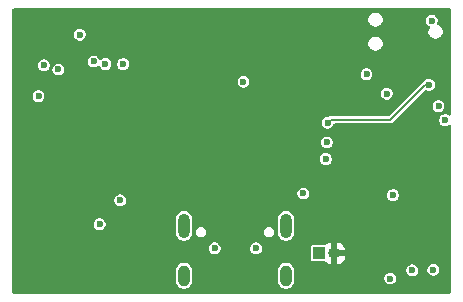
<source format=gbr>
%TF.GenerationSoftware,KiCad,Pcbnew,9.0.0*%
%TF.CreationDate,2025-06-13T20:30:42+03:00*%
%TF.ProjectId,BLE_sensors,424c455f-7365-46e7-936f-72732e6b6963,rev?*%
%TF.SameCoordinates,Original*%
%TF.FileFunction,Copper,L2,Inr*%
%TF.FilePolarity,Positive*%
%FSLAX46Y46*%
G04 Gerber Fmt 4.6, Leading zero omitted, Abs format (unit mm)*
G04 Created by KiCad (PCBNEW 9.0.0) date 2025-06-13 20:30:42*
%MOMM*%
%LPD*%
G01*
G04 APERTURE LIST*
%TA.AperFunction,ComponentPad*%
%ADD10R,1.000000X1.000000*%
%TD*%
%TA.AperFunction,ComponentPad*%
%ADD11O,1.000000X1.000000*%
%TD*%
%TA.AperFunction,HeatsinkPad*%
%ADD12O,1.000000X1.800000*%
%TD*%
%TA.AperFunction,HeatsinkPad*%
%ADD13O,1.000000X2.100000*%
%TD*%
%TA.AperFunction,ViaPad*%
%ADD14C,0.600000*%
%TD*%
%TA.AperFunction,Conductor*%
%ADD15C,0.200000*%
%TD*%
G04 APERTURE END LIST*
D10*
%TO.N,+V_bat*%
%TO.C,J2*%
X147580000Y-89050000D03*
D11*
%TO.N,GND*%
X148850000Y-89050000D03*
%TD*%
D12*
%TO.N,Net-(J3-SHIELD)*%
%TO.C,J3*%
X144782000Y-90945000D03*
D13*
X144782000Y-86745000D03*
D12*
X136142000Y-90945000D03*
D13*
X136142000Y-86745000D03*
%TD*%
D14*
%TO.N,GND*%
X155070000Y-86720000D03*
X155930000Y-78770000D03*
X125390000Y-75240000D03*
X153070000Y-78430000D03*
X131680000Y-87270000D03*
X123860000Y-78010000D03*
X138260000Y-76320000D03*
X153800000Y-82157500D03*
X143460000Y-85110000D03*
X124660000Y-85340000D03*
X138260000Y-75360000D03*
X131450000Y-69350000D03*
X141920000Y-83200000D03*
X127860000Y-82650000D03*
X152247282Y-85706641D03*
X123240000Y-75140000D03*
X151310000Y-78530000D03*
X143720170Y-80107527D03*
X146420000Y-85060000D03*
X154000000Y-74600000D03*
X139060000Y-80060000D03*
X126100000Y-77100000D03*
X127890000Y-73910000D03*
X153460000Y-84930000D03*
X137130000Y-82880000D03*
X146840000Y-79580000D03*
X138230000Y-78270000D03*
X134190000Y-82430000D03*
X151480000Y-82440000D03*
X141610000Y-81940000D03*
X146960000Y-86700000D03*
X122350000Y-75470000D03*
X141600000Y-79140000D03*
X131920000Y-90900000D03*
X132745000Y-88655000D03*
X136210000Y-81180000D03*
X140900000Y-79160000D03*
X151470000Y-83990000D03*
X158200000Y-79780000D03*
X138220000Y-77560000D03*
X153550000Y-69330000D03*
X154560000Y-78660000D03*
X151470000Y-83210000D03*
X136530000Y-85260000D03*
X150990000Y-89120000D03*
X156450000Y-76230000D03*
X140970000Y-81920000D03*
X154400000Y-80320000D03*
X122220000Y-76580000D03*
X129700000Y-88900000D03*
%TO.N,/nRESET*%
X156900000Y-74800000D03*
X148310000Y-78000000D03*
%TO.N,+5V*%
X155470000Y-90500000D03*
X142250000Y-88650000D03*
X148160000Y-81080000D03*
X157260000Y-90460000D03*
X153600000Y-91200000D03*
X138750000Y-88650000D03*
X146250000Y-84000000D03*
X153840000Y-84140000D03*
X148250000Y-79680000D03*
%TO.N,+3V3*%
X151600000Y-73900000D03*
X130740000Y-84580000D03*
X157700000Y-76600000D03*
X125500000Y-73500000D03*
X153320000Y-75550000D03*
X157120000Y-69360000D03*
X123830000Y-75750000D03*
X129000000Y-86600000D03*
X158250000Y-77780000D03*
X141180000Y-74550000D03*
X130989758Y-73045000D03*
X129487588Y-73036296D03*
X124290000Y-73150000D03*
%TO.N,Net-(U7-URx)*%
X127330000Y-70550000D03*
%TO.N,Net-(U7-UTx)*%
X128490000Y-72820000D03*
%TD*%
D15*
%TO.N,/nRESET*%
X156550000Y-74800000D02*
X153600000Y-77750000D01*
X156900000Y-74800000D02*
X156550000Y-74800000D01*
X153600000Y-77750000D02*
X148560000Y-77750000D01*
X148560000Y-77750000D02*
X148310000Y-78000000D01*
%TD*%
%TA.AperFunction,Conductor*%
%TO.N,GND*%
G36*
X158700539Y-68357185D02*
G01*
X158746294Y-68409989D01*
X158757500Y-68461500D01*
X158757500Y-77281661D01*
X158737815Y-77348700D01*
X158685011Y-77394455D01*
X158615853Y-77404399D01*
X158564750Y-77382874D01*
X158564352Y-77383564D01*
X158558861Y-77380393D01*
X158558014Y-77380037D01*
X158557317Y-77379502D01*
X158443187Y-77313608D01*
X158379539Y-77296554D01*
X158315892Y-77279500D01*
X158184108Y-77279500D01*
X158056812Y-77313608D01*
X157942686Y-77379500D01*
X157942683Y-77379502D01*
X157849502Y-77472683D01*
X157849500Y-77472686D01*
X157783608Y-77586812D01*
X157749500Y-77714108D01*
X157749500Y-77845891D01*
X157783608Y-77973187D01*
X157793580Y-77990458D01*
X157849500Y-78087314D01*
X157942686Y-78180500D01*
X158056814Y-78246392D01*
X158184108Y-78280500D01*
X158184110Y-78280500D01*
X158315890Y-78280500D01*
X158315892Y-78280500D01*
X158443186Y-78246392D01*
X158557314Y-78180500D01*
X158557320Y-78180493D01*
X158558006Y-78179968D01*
X158558697Y-78179700D01*
X158564352Y-78176436D01*
X158564860Y-78177317D01*
X158623173Y-78154769D01*
X158691619Y-78168802D01*
X158741612Y-78217612D01*
X158757500Y-78278338D01*
X158757500Y-92354500D01*
X158737815Y-92421539D01*
X158685011Y-92467294D01*
X158633500Y-92478500D01*
X121726500Y-92478500D01*
X121659461Y-92458815D01*
X121613706Y-92406011D01*
X121602500Y-92354500D01*
X121602500Y-91413995D01*
X135441499Y-91413995D01*
X135468418Y-91549322D01*
X135468421Y-91549332D01*
X135521221Y-91676804D01*
X135521228Y-91676817D01*
X135597885Y-91791541D01*
X135597888Y-91791545D01*
X135695454Y-91889111D01*
X135695458Y-91889114D01*
X135810182Y-91965771D01*
X135810195Y-91965778D01*
X135937667Y-92018578D01*
X135937672Y-92018580D01*
X135937676Y-92018580D01*
X135937677Y-92018581D01*
X136073004Y-92045500D01*
X136073007Y-92045500D01*
X136210995Y-92045500D01*
X136302041Y-92027389D01*
X136346328Y-92018580D01*
X136473811Y-91965775D01*
X136588542Y-91889114D01*
X136686114Y-91791542D01*
X136762775Y-91676811D01*
X136815580Y-91549328D01*
X136842500Y-91413995D01*
X144081499Y-91413995D01*
X144108418Y-91549322D01*
X144108421Y-91549332D01*
X144161221Y-91676804D01*
X144161228Y-91676817D01*
X144237885Y-91791541D01*
X144237888Y-91791545D01*
X144335454Y-91889111D01*
X144335458Y-91889114D01*
X144450182Y-91965771D01*
X144450195Y-91965778D01*
X144577667Y-92018578D01*
X144577672Y-92018580D01*
X144577676Y-92018580D01*
X144577677Y-92018581D01*
X144713004Y-92045500D01*
X144713007Y-92045500D01*
X144850995Y-92045500D01*
X144942041Y-92027389D01*
X144986328Y-92018580D01*
X145113811Y-91965775D01*
X145228542Y-91889114D01*
X145326114Y-91791542D01*
X145402775Y-91676811D01*
X145455580Y-91549328D01*
X145482500Y-91413993D01*
X145482500Y-91134108D01*
X153099500Y-91134108D01*
X153099500Y-91265891D01*
X153133608Y-91393187D01*
X153145621Y-91413993D01*
X153199500Y-91507314D01*
X153292686Y-91600500D01*
X153406814Y-91666392D01*
X153534108Y-91700500D01*
X153534110Y-91700500D01*
X153665890Y-91700500D01*
X153665892Y-91700500D01*
X153793186Y-91666392D01*
X153907314Y-91600500D01*
X154000500Y-91507314D01*
X154066392Y-91393186D01*
X154100500Y-91265892D01*
X154100500Y-91134108D01*
X154066392Y-91006814D01*
X154000500Y-90892686D01*
X153907314Y-90799500D01*
X153850250Y-90766554D01*
X153793187Y-90733608D01*
X153729539Y-90716554D01*
X153665892Y-90699500D01*
X153534108Y-90699500D01*
X153406812Y-90733608D01*
X153292686Y-90799500D01*
X153292683Y-90799502D01*
X153199502Y-90892683D01*
X153199500Y-90892686D01*
X153133608Y-91006812D01*
X153099500Y-91134108D01*
X145482500Y-91134108D01*
X145482500Y-90476007D01*
X145477361Y-90450171D01*
X145477361Y-90450168D01*
X145474166Y-90434108D01*
X154969500Y-90434108D01*
X154969500Y-90565891D01*
X155003608Y-90693187D01*
X155007253Y-90699500D01*
X155069500Y-90807314D01*
X155162686Y-90900500D01*
X155276814Y-90966392D01*
X155404108Y-91000500D01*
X155404110Y-91000500D01*
X155535890Y-91000500D01*
X155535892Y-91000500D01*
X155663186Y-90966392D01*
X155777314Y-90900500D01*
X155870500Y-90807314D01*
X155936392Y-90693186D01*
X155970500Y-90565892D01*
X155970500Y-90434108D01*
X155959782Y-90394108D01*
X156759500Y-90394108D01*
X156759500Y-90525891D01*
X156793608Y-90653187D01*
X156820347Y-90699500D01*
X156859500Y-90767314D01*
X156952686Y-90860500D01*
X157066814Y-90926392D01*
X157194108Y-90960500D01*
X157194110Y-90960500D01*
X157325890Y-90960500D01*
X157325892Y-90960500D01*
X157453186Y-90926392D01*
X157567314Y-90860500D01*
X157660500Y-90767314D01*
X157726392Y-90653186D01*
X157760500Y-90525892D01*
X157760500Y-90394108D01*
X157726392Y-90266814D01*
X157660500Y-90152686D01*
X157567314Y-90059500D01*
X157498659Y-90019862D01*
X157453187Y-89993608D01*
X157389539Y-89976554D01*
X157325892Y-89959500D01*
X157194108Y-89959500D01*
X157066812Y-89993608D01*
X156952686Y-90059500D01*
X156952683Y-90059502D01*
X156859502Y-90152683D01*
X156859500Y-90152686D01*
X156793608Y-90266812D01*
X156759500Y-90394108D01*
X155959782Y-90394108D01*
X155936392Y-90306814D01*
X155870500Y-90192686D01*
X155777314Y-90099500D01*
X155708032Y-90059500D01*
X155663187Y-90033608D01*
X155599539Y-90016554D01*
X155535892Y-89999500D01*
X155404108Y-89999500D01*
X155276812Y-90033608D01*
X155162686Y-90099500D01*
X155162683Y-90099502D01*
X155069502Y-90192683D01*
X155069500Y-90192686D01*
X155003608Y-90306812D01*
X154969500Y-90434108D01*
X145474166Y-90434108D01*
X145455581Y-90340677D01*
X145455580Y-90340676D01*
X145455580Y-90340672D01*
X145424987Y-90266814D01*
X145402778Y-90213195D01*
X145402771Y-90213182D01*
X145326114Y-90098458D01*
X145326111Y-90098454D01*
X145228545Y-90000888D01*
X145228541Y-90000885D01*
X145113817Y-89924228D01*
X145113804Y-89924221D01*
X144986332Y-89871421D01*
X144986322Y-89871418D01*
X144850995Y-89844500D01*
X144850993Y-89844500D01*
X144713007Y-89844500D01*
X144713005Y-89844500D01*
X144577677Y-89871418D01*
X144577667Y-89871421D01*
X144450195Y-89924221D01*
X144450182Y-89924228D01*
X144335458Y-90000885D01*
X144335454Y-90000888D01*
X144237888Y-90098454D01*
X144237885Y-90098458D01*
X144161228Y-90213182D01*
X144161221Y-90213195D01*
X144108421Y-90340667D01*
X144108418Y-90340677D01*
X144081500Y-90476004D01*
X144081500Y-90476007D01*
X144081500Y-91413993D01*
X144081500Y-91413995D01*
X144081499Y-91413995D01*
X136842500Y-91413995D01*
X136842500Y-91413993D01*
X136842500Y-90476007D01*
X136842500Y-90476004D01*
X136815581Y-90340677D01*
X136815580Y-90340676D01*
X136815580Y-90340672D01*
X136784987Y-90266814D01*
X136762778Y-90213195D01*
X136762771Y-90213182D01*
X136686114Y-90098458D01*
X136686111Y-90098454D01*
X136588545Y-90000888D01*
X136588541Y-90000885D01*
X136473817Y-89924228D01*
X136473804Y-89924221D01*
X136346332Y-89871421D01*
X136346322Y-89871418D01*
X136210995Y-89844500D01*
X136210993Y-89844500D01*
X136073007Y-89844500D01*
X136073005Y-89844500D01*
X135937677Y-89871418D01*
X135937667Y-89871421D01*
X135810195Y-89924221D01*
X135810182Y-89924228D01*
X135695458Y-90000885D01*
X135695454Y-90000888D01*
X135597888Y-90098454D01*
X135597885Y-90098458D01*
X135521228Y-90213182D01*
X135521221Y-90213195D01*
X135468421Y-90340667D01*
X135468418Y-90340677D01*
X135441500Y-90476004D01*
X135441500Y-90476007D01*
X135441500Y-91413993D01*
X135441500Y-91413995D01*
X135441499Y-91413995D01*
X121602500Y-91413995D01*
X121602500Y-88584108D01*
X138249500Y-88584108D01*
X138249500Y-88715892D01*
X138266554Y-88779539D01*
X138283608Y-88843187D01*
X138316554Y-88900250D01*
X138349500Y-88957314D01*
X138442686Y-89050500D01*
X138556814Y-89116392D01*
X138684108Y-89150500D01*
X138684110Y-89150500D01*
X138815890Y-89150500D01*
X138815892Y-89150500D01*
X138943186Y-89116392D01*
X139057314Y-89050500D01*
X139150500Y-88957314D01*
X139216392Y-88843186D01*
X139250500Y-88715892D01*
X139250500Y-88584108D01*
X141749500Y-88584108D01*
X141749500Y-88715892D01*
X141766554Y-88779539D01*
X141783608Y-88843187D01*
X141816554Y-88900250D01*
X141849500Y-88957314D01*
X141942686Y-89050500D01*
X142056814Y-89116392D01*
X142184108Y-89150500D01*
X142184110Y-89150500D01*
X142315890Y-89150500D01*
X142315892Y-89150500D01*
X142443186Y-89116392D01*
X142557314Y-89050500D01*
X142650500Y-88957314D01*
X142716392Y-88843186D01*
X142750500Y-88715892D01*
X142750500Y-88584108D01*
X142736068Y-88530247D01*
X146879500Y-88530247D01*
X146879500Y-89569752D01*
X146891131Y-89628229D01*
X146891132Y-89628230D01*
X146935447Y-89694552D01*
X147001769Y-89738867D01*
X147001770Y-89738868D01*
X147060247Y-89750499D01*
X147060250Y-89750500D01*
X148084924Y-89750500D01*
X148151963Y-89770185D01*
X148172606Y-89786820D01*
X148212533Y-89826748D01*
X148212537Y-89826751D01*
X148376315Y-89936185D01*
X148376328Y-89936192D01*
X148558308Y-90011569D01*
X148600000Y-90019862D01*
X149100000Y-90019862D01*
X149141690Y-90011569D01*
X149141692Y-90011569D01*
X149323671Y-89936192D01*
X149323684Y-89936185D01*
X149487462Y-89826751D01*
X149487466Y-89826748D01*
X149626748Y-89687466D01*
X149626751Y-89687462D01*
X149736185Y-89523684D01*
X149736192Y-89523671D01*
X149811569Y-89341692D01*
X149811569Y-89341690D01*
X149819862Y-89300000D01*
X149100000Y-89300000D01*
X149100000Y-90019862D01*
X148600000Y-90019862D01*
X148600000Y-89259618D01*
X148650446Y-89310064D01*
X148724555Y-89352851D01*
X148807213Y-89375000D01*
X148892787Y-89375000D01*
X148975445Y-89352851D01*
X149049554Y-89310064D01*
X149110064Y-89249554D01*
X149152851Y-89175445D01*
X149175000Y-89092787D01*
X149175000Y-89007213D01*
X149152851Y-88924555D01*
X149110064Y-88850446D01*
X149059618Y-88800000D01*
X149100000Y-88800000D01*
X149819862Y-88800000D01*
X149811569Y-88758309D01*
X149811569Y-88758307D01*
X149736192Y-88576328D01*
X149736185Y-88576315D01*
X149626751Y-88412537D01*
X149626748Y-88412533D01*
X149487466Y-88273251D01*
X149487462Y-88273248D01*
X149323684Y-88163814D01*
X149323671Y-88163807D01*
X149141691Y-88088429D01*
X149141683Y-88088427D01*
X149100000Y-88080135D01*
X149100000Y-88800000D01*
X149059618Y-88800000D01*
X149049554Y-88789936D01*
X148975445Y-88747149D01*
X148892787Y-88725000D01*
X148807213Y-88725000D01*
X148724555Y-88747149D01*
X148650446Y-88789936D01*
X148600000Y-88840382D01*
X148600000Y-88080136D01*
X148599999Y-88080135D01*
X148558316Y-88088427D01*
X148558308Y-88088429D01*
X148376328Y-88163807D01*
X148376315Y-88163814D01*
X148212540Y-88273246D01*
X148212535Y-88273250D01*
X148172603Y-88313182D01*
X148111280Y-88346667D01*
X148084923Y-88349500D01*
X147060247Y-88349500D01*
X147001770Y-88361131D01*
X147001769Y-88361132D01*
X146935447Y-88405447D01*
X146891132Y-88471769D01*
X146891131Y-88471770D01*
X146879500Y-88530247D01*
X142736068Y-88530247D01*
X142716392Y-88456814D01*
X142650500Y-88342686D01*
X142557314Y-88249500D01*
X142500250Y-88216554D01*
X142443187Y-88183608D01*
X142369287Y-88163807D01*
X142315892Y-88149500D01*
X142184108Y-88149500D01*
X142056812Y-88183608D01*
X141942686Y-88249500D01*
X141942683Y-88249502D01*
X141849502Y-88342683D01*
X141849500Y-88342686D01*
X141783608Y-88456812D01*
X141756964Y-88556253D01*
X141749500Y-88584108D01*
X139250500Y-88584108D01*
X139216392Y-88456814D01*
X139150500Y-88342686D01*
X139057314Y-88249500D01*
X139000250Y-88216554D01*
X138943187Y-88183608D01*
X138869287Y-88163807D01*
X138815892Y-88149500D01*
X138684108Y-88149500D01*
X138556812Y-88183608D01*
X138442686Y-88249500D01*
X138442683Y-88249502D01*
X138349502Y-88342683D01*
X138349500Y-88342686D01*
X138283608Y-88456812D01*
X138256964Y-88556253D01*
X138249500Y-88584108D01*
X121602500Y-88584108D01*
X121602500Y-87363995D01*
X135441499Y-87363995D01*
X135468418Y-87499322D01*
X135468421Y-87499332D01*
X135521221Y-87626804D01*
X135521228Y-87626817D01*
X135597885Y-87741541D01*
X135597888Y-87741545D01*
X135695454Y-87839111D01*
X135695458Y-87839114D01*
X135810182Y-87915771D01*
X135810195Y-87915778D01*
X135937667Y-87968578D01*
X135937672Y-87968580D01*
X135937676Y-87968580D01*
X135937677Y-87968581D01*
X136073004Y-87995500D01*
X136073007Y-87995500D01*
X136210995Y-87995500D01*
X136302041Y-87977389D01*
X136346328Y-87968580D01*
X136473811Y-87915775D01*
X136588542Y-87839114D01*
X136686114Y-87741542D01*
X136762775Y-87626811D01*
X136771609Y-87605485D01*
X136815578Y-87499332D01*
X136815580Y-87499328D01*
X136842500Y-87363993D01*
X136842500Y-87208982D01*
X137146500Y-87208982D01*
X137146500Y-87321018D01*
X137175497Y-87429237D01*
X137231515Y-87526263D01*
X137310737Y-87605485D01*
X137407763Y-87661503D01*
X137515982Y-87690500D01*
X137515984Y-87690500D01*
X137628016Y-87690500D01*
X137628018Y-87690500D01*
X137736237Y-87661503D01*
X137833263Y-87605485D01*
X137912485Y-87526263D01*
X137968503Y-87429237D01*
X137997500Y-87321018D01*
X137997500Y-87208982D01*
X142926500Y-87208982D01*
X142926500Y-87321018D01*
X142955497Y-87429237D01*
X143011515Y-87526263D01*
X143090737Y-87605485D01*
X143187763Y-87661503D01*
X143295982Y-87690500D01*
X143295984Y-87690500D01*
X143408016Y-87690500D01*
X143408018Y-87690500D01*
X143516237Y-87661503D01*
X143613263Y-87605485D01*
X143692485Y-87526263D01*
X143748503Y-87429237D01*
X143765984Y-87363995D01*
X144081499Y-87363995D01*
X144108418Y-87499322D01*
X144108421Y-87499332D01*
X144161221Y-87626804D01*
X144161228Y-87626817D01*
X144237885Y-87741541D01*
X144237888Y-87741545D01*
X144335454Y-87839111D01*
X144335458Y-87839114D01*
X144450182Y-87915771D01*
X144450195Y-87915778D01*
X144577667Y-87968578D01*
X144577672Y-87968580D01*
X144577676Y-87968580D01*
X144577677Y-87968581D01*
X144713004Y-87995500D01*
X144713007Y-87995500D01*
X144850995Y-87995500D01*
X144942041Y-87977389D01*
X144986328Y-87968580D01*
X145113811Y-87915775D01*
X145228542Y-87839114D01*
X145326114Y-87741542D01*
X145402775Y-87626811D01*
X145411609Y-87605485D01*
X145455578Y-87499332D01*
X145455580Y-87499328D01*
X145482500Y-87363993D01*
X145482500Y-86126007D01*
X145482500Y-86126004D01*
X145455581Y-85990677D01*
X145455580Y-85990676D01*
X145455580Y-85990672D01*
X145455578Y-85990667D01*
X145402778Y-85863195D01*
X145402771Y-85863182D01*
X145326114Y-85748458D01*
X145326111Y-85748454D01*
X145228545Y-85650888D01*
X145228541Y-85650885D01*
X145113817Y-85574228D01*
X145113804Y-85574221D01*
X144986332Y-85521421D01*
X144986322Y-85521418D01*
X144850995Y-85494500D01*
X144850993Y-85494500D01*
X144713007Y-85494500D01*
X144713005Y-85494500D01*
X144577677Y-85521418D01*
X144577667Y-85521421D01*
X144450195Y-85574221D01*
X144450182Y-85574228D01*
X144335458Y-85650885D01*
X144335454Y-85650888D01*
X144237888Y-85748454D01*
X144237885Y-85748458D01*
X144161228Y-85863182D01*
X144161221Y-85863195D01*
X144108421Y-85990667D01*
X144108418Y-85990677D01*
X144081500Y-86126004D01*
X144081500Y-86126007D01*
X144081500Y-87363993D01*
X144081500Y-87363995D01*
X144081499Y-87363995D01*
X143765984Y-87363995D01*
X143777500Y-87321018D01*
X143777500Y-87208982D01*
X143748503Y-87100763D01*
X143692485Y-87003737D01*
X143613263Y-86924515D01*
X143516237Y-86868497D01*
X143408018Y-86839500D01*
X143295982Y-86839500D01*
X143187763Y-86868497D01*
X143187760Y-86868498D01*
X143090740Y-86924513D01*
X143090734Y-86924517D01*
X143011517Y-87003734D01*
X143011513Y-87003740D01*
X142955498Y-87100760D01*
X142955497Y-87100763D01*
X142926500Y-87208982D01*
X137997500Y-87208982D01*
X137968503Y-87100763D01*
X137912485Y-87003737D01*
X137833263Y-86924515D01*
X137736237Y-86868497D01*
X137628018Y-86839500D01*
X137515982Y-86839500D01*
X137407763Y-86868497D01*
X137407760Y-86868498D01*
X137310740Y-86924513D01*
X137310734Y-86924517D01*
X137231517Y-87003734D01*
X137231513Y-87003740D01*
X137175498Y-87100760D01*
X137175497Y-87100763D01*
X137146500Y-87208982D01*
X136842500Y-87208982D01*
X136842500Y-86126007D01*
X136842500Y-86126004D01*
X136815581Y-85990677D01*
X136815580Y-85990676D01*
X136815580Y-85990672D01*
X136815578Y-85990667D01*
X136762778Y-85863195D01*
X136762771Y-85863182D01*
X136686114Y-85748458D01*
X136686111Y-85748454D01*
X136588545Y-85650888D01*
X136588541Y-85650885D01*
X136473817Y-85574228D01*
X136473804Y-85574221D01*
X136346332Y-85521421D01*
X136346322Y-85521418D01*
X136210995Y-85494500D01*
X136210993Y-85494500D01*
X136073007Y-85494500D01*
X136073005Y-85494500D01*
X135937677Y-85521418D01*
X135937667Y-85521421D01*
X135810195Y-85574221D01*
X135810182Y-85574228D01*
X135695458Y-85650885D01*
X135695454Y-85650888D01*
X135597888Y-85748454D01*
X135597885Y-85748458D01*
X135521228Y-85863182D01*
X135521221Y-85863195D01*
X135468421Y-85990667D01*
X135468418Y-85990677D01*
X135441500Y-86126004D01*
X135441500Y-86126007D01*
X135441500Y-87363993D01*
X135441500Y-87363995D01*
X135441499Y-87363995D01*
X121602500Y-87363995D01*
X121602500Y-86534108D01*
X128499500Y-86534108D01*
X128499500Y-86665891D01*
X128533608Y-86793187D01*
X128560347Y-86839500D01*
X128599500Y-86907314D01*
X128692686Y-87000500D01*
X128806814Y-87066392D01*
X128934108Y-87100500D01*
X128934110Y-87100500D01*
X129065890Y-87100500D01*
X129065892Y-87100500D01*
X129193186Y-87066392D01*
X129307314Y-87000500D01*
X129400500Y-86907314D01*
X129466392Y-86793186D01*
X129500500Y-86665892D01*
X129500500Y-86534108D01*
X129466392Y-86406814D01*
X129400500Y-86292686D01*
X129307314Y-86199500D01*
X129250250Y-86166554D01*
X129193187Y-86133608D01*
X129129539Y-86116554D01*
X129065892Y-86099500D01*
X128934108Y-86099500D01*
X128806812Y-86133608D01*
X128692686Y-86199500D01*
X128692683Y-86199502D01*
X128599502Y-86292683D01*
X128599500Y-86292686D01*
X128533608Y-86406812D01*
X128499500Y-86534108D01*
X121602500Y-86534108D01*
X121602500Y-84514108D01*
X130239500Y-84514108D01*
X130239500Y-84645891D01*
X130273608Y-84773187D01*
X130306554Y-84830250D01*
X130339500Y-84887314D01*
X130432686Y-84980500D01*
X130546814Y-85046392D01*
X130674108Y-85080500D01*
X130674110Y-85080500D01*
X130805890Y-85080500D01*
X130805892Y-85080500D01*
X130933186Y-85046392D01*
X131047314Y-84980500D01*
X131140500Y-84887314D01*
X131206392Y-84773186D01*
X131240500Y-84645892D01*
X131240500Y-84514108D01*
X131206392Y-84386814D01*
X131140500Y-84272686D01*
X131047314Y-84179500D01*
X130990250Y-84146554D01*
X130933187Y-84113608D01*
X130869539Y-84096554D01*
X130805892Y-84079500D01*
X130674108Y-84079500D01*
X130546812Y-84113608D01*
X130432686Y-84179500D01*
X130432683Y-84179502D01*
X130339502Y-84272683D01*
X130339500Y-84272686D01*
X130273608Y-84386812D01*
X130239500Y-84514108D01*
X121602500Y-84514108D01*
X121602500Y-83934108D01*
X145749500Y-83934108D01*
X145749500Y-84065892D01*
X145751702Y-84074110D01*
X145783608Y-84193187D01*
X145816554Y-84250250D01*
X145849500Y-84307314D01*
X145942686Y-84400500D01*
X146056814Y-84466392D01*
X146184108Y-84500500D01*
X146184110Y-84500500D01*
X146315890Y-84500500D01*
X146315892Y-84500500D01*
X146443186Y-84466392D01*
X146557314Y-84400500D01*
X146650500Y-84307314D01*
X146716392Y-84193186D01*
X146748299Y-84074108D01*
X153339500Y-84074108D01*
X153339500Y-84205891D01*
X153373608Y-84333187D01*
X153404569Y-84386812D01*
X153439500Y-84447314D01*
X153532686Y-84540500D01*
X153646814Y-84606392D01*
X153774108Y-84640500D01*
X153774110Y-84640500D01*
X153905890Y-84640500D01*
X153905892Y-84640500D01*
X154033186Y-84606392D01*
X154147314Y-84540500D01*
X154240500Y-84447314D01*
X154306392Y-84333186D01*
X154340500Y-84205892D01*
X154340500Y-84074108D01*
X154306392Y-83946814D01*
X154240500Y-83832686D01*
X154147314Y-83739500D01*
X154066225Y-83692683D01*
X154033187Y-83673608D01*
X153969539Y-83656554D01*
X153905892Y-83639500D01*
X153774108Y-83639500D01*
X153646812Y-83673608D01*
X153532686Y-83739500D01*
X153532683Y-83739502D01*
X153439502Y-83832683D01*
X153439500Y-83832686D01*
X153373608Y-83946812D01*
X153339500Y-84074108D01*
X146748299Y-84074108D01*
X146750500Y-84065892D01*
X146750500Y-83934108D01*
X146716392Y-83806814D01*
X146650500Y-83692686D01*
X146557314Y-83599500D01*
X146500250Y-83566554D01*
X146443187Y-83533608D01*
X146379539Y-83516554D01*
X146315892Y-83499500D01*
X146184108Y-83499500D01*
X146056812Y-83533608D01*
X145942686Y-83599500D01*
X145942683Y-83599502D01*
X145849502Y-83692683D01*
X145849500Y-83692686D01*
X145783608Y-83806812D01*
X145749500Y-83934108D01*
X121602500Y-83934108D01*
X121602500Y-81014108D01*
X147659500Y-81014108D01*
X147659500Y-81145891D01*
X147693608Y-81273187D01*
X147726554Y-81330250D01*
X147759500Y-81387314D01*
X147852686Y-81480500D01*
X147966814Y-81546392D01*
X148094108Y-81580500D01*
X148094110Y-81580500D01*
X148225890Y-81580500D01*
X148225892Y-81580500D01*
X148353186Y-81546392D01*
X148467314Y-81480500D01*
X148560500Y-81387314D01*
X148626392Y-81273186D01*
X148660500Y-81145892D01*
X148660500Y-81014108D01*
X148626392Y-80886814D01*
X148560500Y-80772686D01*
X148467314Y-80679500D01*
X148410250Y-80646554D01*
X148353187Y-80613608D01*
X148289539Y-80596554D01*
X148225892Y-80579500D01*
X148094108Y-80579500D01*
X147966812Y-80613608D01*
X147852686Y-80679500D01*
X147852683Y-80679502D01*
X147759502Y-80772683D01*
X147759500Y-80772686D01*
X147693608Y-80886812D01*
X147659500Y-81014108D01*
X121602500Y-81014108D01*
X121602500Y-79614108D01*
X147749500Y-79614108D01*
X147749500Y-79745891D01*
X147783608Y-79873187D01*
X147816554Y-79930250D01*
X147849500Y-79987314D01*
X147942686Y-80080500D01*
X148056814Y-80146392D01*
X148184108Y-80180500D01*
X148184110Y-80180500D01*
X148315890Y-80180500D01*
X148315892Y-80180500D01*
X148443186Y-80146392D01*
X148557314Y-80080500D01*
X148650500Y-79987314D01*
X148716392Y-79873186D01*
X148750500Y-79745892D01*
X148750500Y-79614108D01*
X148716392Y-79486814D01*
X148650500Y-79372686D01*
X148557314Y-79279500D01*
X148500250Y-79246554D01*
X148443187Y-79213608D01*
X148379539Y-79196554D01*
X148315892Y-79179500D01*
X148184108Y-79179500D01*
X148056812Y-79213608D01*
X147942686Y-79279500D01*
X147942683Y-79279502D01*
X147849502Y-79372683D01*
X147849500Y-79372686D01*
X147783608Y-79486812D01*
X147749500Y-79614108D01*
X121602500Y-79614108D01*
X121602500Y-77934108D01*
X147809500Y-77934108D01*
X147809500Y-78065892D01*
X147826554Y-78129539D01*
X147843608Y-78193187D01*
X147857710Y-78217612D01*
X147909500Y-78307314D01*
X148002686Y-78400500D01*
X148116814Y-78466392D01*
X148244108Y-78500500D01*
X148244110Y-78500500D01*
X148375890Y-78500500D01*
X148375892Y-78500500D01*
X148503186Y-78466392D01*
X148617314Y-78400500D01*
X148710500Y-78307314D01*
X148776392Y-78193186D01*
X148789998Y-78142405D01*
X148826363Y-78082746D01*
X148889210Y-78052217D01*
X148909773Y-78050500D01*
X153639560Y-78050500D01*
X153639562Y-78050500D01*
X153715989Y-78030021D01*
X153784511Y-77990460D01*
X153840460Y-77934511D01*
X155240862Y-76534108D01*
X157199500Y-76534108D01*
X157199500Y-76665891D01*
X157233608Y-76793187D01*
X157266554Y-76850250D01*
X157299500Y-76907314D01*
X157392686Y-77000500D01*
X157506814Y-77066392D01*
X157634108Y-77100500D01*
X157634110Y-77100500D01*
X157765890Y-77100500D01*
X157765892Y-77100500D01*
X157893186Y-77066392D01*
X158007314Y-77000500D01*
X158100500Y-76907314D01*
X158166392Y-76793186D01*
X158200500Y-76665892D01*
X158200500Y-76534108D01*
X158166392Y-76406814D01*
X158100500Y-76292686D01*
X158007314Y-76199500D01*
X157922439Y-76150497D01*
X157893187Y-76133608D01*
X157829539Y-76116554D01*
X157765892Y-76099500D01*
X157634108Y-76099500D01*
X157506812Y-76133608D01*
X157392686Y-76199500D01*
X157392683Y-76199502D01*
X157299502Y-76292683D01*
X157299500Y-76292686D01*
X157233608Y-76406812D01*
X157199500Y-76534108D01*
X155240862Y-76534108D01*
X156513859Y-75261110D01*
X156575180Y-75227627D01*
X156644872Y-75232611D01*
X156663533Y-75241403D01*
X156684386Y-75253443D01*
X156706811Y-75266391D01*
X156706813Y-75266391D01*
X156706814Y-75266392D01*
X156834108Y-75300500D01*
X156834110Y-75300500D01*
X156965890Y-75300500D01*
X156965892Y-75300500D01*
X157093186Y-75266392D01*
X157207314Y-75200500D01*
X157300500Y-75107314D01*
X157366392Y-74993186D01*
X157400500Y-74865892D01*
X157400500Y-74734108D01*
X157366392Y-74606814D01*
X157300500Y-74492686D01*
X157207314Y-74399500D01*
X157133380Y-74356814D01*
X157093187Y-74333608D01*
X157029539Y-74316554D01*
X156965892Y-74299500D01*
X156834108Y-74299500D01*
X156706812Y-74333608D01*
X156592686Y-74399500D01*
X156592682Y-74399503D01*
X156509680Y-74482504D01*
X156454098Y-74514596D01*
X156434010Y-74519979D01*
X156434007Y-74519980D01*
X156365492Y-74559537D01*
X156365487Y-74559541D01*
X153511848Y-77413181D01*
X153450525Y-77446666D01*
X153424167Y-77449500D01*
X148520438Y-77449500D01*
X148482224Y-77459739D01*
X148444009Y-77469979D01*
X148421654Y-77482887D01*
X148359653Y-77499500D01*
X148244108Y-77499500D01*
X148116812Y-77533608D01*
X148002686Y-77599500D01*
X148002683Y-77599502D01*
X147909502Y-77692683D01*
X147909500Y-77692686D01*
X147843608Y-77806812D01*
X147833137Y-77845891D01*
X147809500Y-77934108D01*
X121602500Y-77934108D01*
X121602500Y-75684108D01*
X123329500Y-75684108D01*
X123329500Y-75815892D01*
X123346554Y-75879539D01*
X123363608Y-75943187D01*
X123396554Y-76000250D01*
X123429500Y-76057314D01*
X123522686Y-76150500D01*
X123636814Y-76216392D01*
X123764108Y-76250500D01*
X123764110Y-76250500D01*
X123895890Y-76250500D01*
X123895892Y-76250500D01*
X124023186Y-76216392D01*
X124137314Y-76150500D01*
X124230500Y-76057314D01*
X124296392Y-75943186D01*
X124330500Y-75815892D01*
X124330500Y-75684108D01*
X124296392Y-75556814D01*
X124296389Y-75556808D01*
X124285520Y-75537982D01*
X124285519Y-75537981D01*
X124254415Y-75484108D01*
X152819500Y-75484108D01*
X152819500Y-75615891D01*
X152853608Y-75743187D01*
X152886554Y-75800250D01*
X152919500Y-75857314D01*
X153012686Y-75950500D01*
X153126814Y-76016392D01*
X153254108Y-76050500D01*
X153254110Y-76050500D01*
X153385890Y-76050500D01*
X153385892Y-76050500D01*
X153513186Y-76016392D01*
X153627314Y-75950500D01*
X153720500Y-75857314D01*
X153786392Y-75743186D01*
X153820500Y-75615892D01*
X153820500Y-75484108D01*
X153786392Y-75356814D01*
X153720500Y-75242686D01*
X153627314Y-75149500D01*
X153570250Y-75116554D01*
X153513187Y-75083608D01*
X153449539Y-75066554D01*
X153385892Y-75049500D01*
X153254108Y-75049500D01*
X153126812Y-75083608D01*
X153012686Y-75149500D01*
X153012683Y-75149502D01*
X152919502Y-75242683D01*
X152919500Y-75242686D01*
X152853608Y-75356812D01*
X152819500Y-75484108D01*
X124254415Y-75484108D01*
X124230500Y-75442686D01*
X124137314Y-75349500D01*
X124052442Y-75300499D01*
X124023187Y-75283608D01*
X123939229Y-75261112D01*
X123895892Y-75249500D01*
X123764108Y-75249500D01*
X123636812Y-75283608D01*
X123522686Y-75349500D01*
X123522683Y-75349502D01*
X123429502Y-75442683D01*
X123429500Y-75442686D01*
X123363608Y-75556812D01*
X123347778Y-75615892D01*
X123329500Y-75684108D01*
X121602500Y-75684108D01*
X121602500Y-74484108D01*
X140679500Y-74484108D01*
X140679500Y-74615891D01*
X140713608Y-74743187D01*
X140746554Y-74800250D01*
X140779500Y-74857314D01*
X140872686Y-74950500D01*
X140986814Y-75016392D01*
X141114108Y-75050500D01*
X141114110Y-75050500D01*
X141245890Y-75050500D01*
X141245892Y-75050500D01*
X141373186Y-75016392D01*
X141487314Y-74950500D01*
X141580500Y-74857314D01*
X141646392Y-74743186D01*
X141680500Y-74615892D01*
X141680500Y-74484108D01*
X141646392Y-74356814D01*
X141580500Y-74242686D01*
X141487314Y-74149500D01*
X141430250Y-74116554D01*
X141373187Y-74083608D01*
X141309539Y-74066554D01*
X141245892Y-74049500D01*
X141114108Y-74049500D01*
X140986812Y-74083608D01*
X140872686Y-74149500D01*
X140872683Y-74149502D01*
X140779502Y-74242683D01*
X140779500Y-74242686D01*
X140713608Y-74356812D01*
X140679500Y-74484108D01*
X121602500Y-74484108D01*
X121602500Y-73084108D01*
X123789500Y-73084108D01*
X123789500Y-73215892D01*
X123793142Y-73229483D01*
X123823608Y-73343187D01*
X123828877Y-73352313D01*
X123889500Y-73457314D01*
X123982686Y-73550500D01*
X124096814Y-73616392D01*
X124224108Y-73650500D01*
X124224110Y-73650500D01*
X124355890Y-73650500D01*
X124355892Y-73650500D01*
X124483186Y-73616392D01*
X124597314Y-73550500D01*
X124690500Y-73457314D01*
X124703898Y-73434108D01*
X124999500Y-73434108D01*
X124999500Y-73565892D01*
X125013031Y-73616391D01*
X125033608Y-73693187D01*
X125041475Y-73706812D01*
X125099500Y-73807314D01*
X125192686Y-73900500D01*
X125291521Y-73957563D01*
X125305944Y-73965890D01*
X125306814Y-73966392D01*
X125434108Y-74000500D01*
X125434110Y-74000500D01*
X125565890Y-74000500D01*
X125565892Y-74000500D01*
X125693186Y-73966392D01*
X125807314Y-73900500D01*
X125873706Y-73834108D01*
X151099500Y-73834108D01*
X151099500Y-73965891D01*
X151133608Y-74093187D01*
X151166121Y-74149500D01*
X151199500Y-74207314D01*
X151292686Y-74300500D01*
X151406814Y-74366392D01*
X151534108Y-74400500D01*
X151534110Y-74400500D01*
X151665890Y-74400500D01*
X151665892Y-74400500D01*
X151793186Y-74366392D01*
X151907314Y-74300500D01*
X152000500Y-74207314D01*
X152066392Y-74093186D01*
X152100500Y-73965892D01*
X152100500Y-73834108D01*
X152066392Y-73706814D01*
X152000500Y-73592686D01*
X151907314Y-73499500D01*
X151850250Y-73466554D01*
X151793187Y-73433608D01*
X151729539Y-73416554D01*
X151665892Y-73399500D01*
X151534108Y-73399500D01*
X151406812Y-73433608D01*
X151292686Y-73499500D01*
X151292683Y-73499502D01*
X151199502Y-73592683D01*
X151199500Y-73592686D01*
X151133608Y-73706812D01*
X151099500Y-73834108D01*
X125873706Y-73834108D01*
X125900500Y-73807314D01*
X125913023Y-73785622D01*
X125925520Y-73763980D01*
X125966390Y-73693189D01*
X125966392Y-73693186D01*
X126000500Y-73565892D01*
X126000500Y-73434108D01*
X125966392Y-73306814D01*
X125900500Y-73192686D01*
X125807314Y-73099500D01*
X125750250Y-73066554D01*
X125693187Y-73033608D01*
X125616969Y-73013186D01*
X125565892Y-72999500D01*
X125434108Y-72999500D01*
X125306812Y-73033608D01*
X125192686Y-73099500D01*
X125192683Y-73099502D01*
X125099502Y-73192683D01*
X125099500Y-73192686D01*
X125033608Y-73306812D01*
X125018290Y-73363981D01*
X124999500Y-73434108D01*
X124703898Y-73434108D01*
X124756392Y-73343186D01*
X124790500Y-73215892D01*
X124790500Y-73084108D01*
X124756392Y-72956814D01*
X124690500Y-72842686D01*
X124601922Y-72754108D01*
X127989500Y-72754108D01*
X127989500Y-72885891D01*
X128023608Y-73013187D01*
X128056554Y-73070250D01*
X128089500Y-73127314D01*
X128182686Y-73220500D01*
X128296814Y-73286392D01*
X128424108Y-73320500D01*
X128424110Y-73320500D01*
X128555890Y-73320500D01*
X128555892Y-73320500D01*
X128683186Y-73286392D01*
X128797314Y-73220500D01*
X128821769Y-73196044D01*
X128883088Y-73162561D01*
X128952780Y-73167545D01*
X129008714Y-73209415D01*
X129016380Y-73222877D01*
X129017132Y-73222443D01*
X129021195Y-73229481D01*
X129021196Y-73229482D01*
X129087088Y-73343610D01*
X129180274Y-73436796D01*
X129294402Y-73502688D01*
X129421696Y-73536796D01*
X129421698Y-73536796D01*
X129553478Y-73536796D01*
X129553480Y-73536796D01*
X129680774Y-73502688D01*
X129794902Y-73436796D01*
X129888088Y-73343610D01*
X129953980Y-73229482D01*
X129988088Y-73102188D01*
X129988088Y-72979108D01*
X130489258Y-72979108D01*
X130489258Y-73110891D01*
X130523366Y-73238187D01*
X130551197Y-73286391D01*
X130589258Y-73352314D01*
X130682444Y-73445500D01*
X130796572Y-73511392D01*
X130923866Y-73545500D01*
X130923868Y-73545500D01*
X131055648Y-73545500D01*
X131055650Y-73545500D01*
X131182944Y-73511392D01*
X131297072Y-73445500D01*
X131390258Y-73352314D01*
X131456150Y-73238186D01*
X131490258Y-73110892D01*
X131490258Y-72979108D01*
X131456150Y-72851814D01*
X131390258Y-72737686D01*
X131297072Y-72644500D01*
X131240008Y-72611554D01*
X131182945Y-72578608D01*
X131119297Y-72561554D01*
X131055650Y-72544500D01*
X130923866Y-72544500D01*
X130796570Y-72578608D01*
X130682444Y-72644500D01*
X130682441Y-72644502D01*
X130589260Y-72737683D01*
X130589258Y-72737686D01*
X130523366Y-72851812D01*
X130489258Y-72979108D01*
X129988088Y-72979108D01*
X129988088Y-72970404D01*
X129953980Y-72843110D01*
X129953733Y-72842683D01*
X129945151Y-72827817D01*
X129888088Y-72728982D01*
X129794902Y-72635796D01*
X129695850Y-72578608D01*
X129680775Y-72569904D01*
X129585964Y-72544500D01*
X129553480Y-72535796D01*
X129421696Y-72535796D01*
X129294400Y-72569904D01*
X129180274Y-72635796D01*
X129155819Y-72660251D01*
X129094495Y-72693735D01*
X129024804Y-72688749D01*
X128968871Y-72646877D01*
X128961211Y-72633416D01*
X128960456Y-72633853D01*
X128928560Y-72578608D01*
X128890500Y-72512686D01*
X128797314Y-72419500D01*
X128740250Y-72386554D01*
X128683187Y-72353608D01*
X128619539Y-72336554D01*
X128555892Y-72319500D01*
X128424108Y-72319500D01*
X128296812Y-72353608D01*
X128182686Y-72419500D01*
X128182683Y-72419502D01*
X128089502Y-72512683D01*
X128089500Y-72512686D01*
X128023608Y-72626812D01*
X127989500Y-72754108D01*
X124601922Y-72754108D01*
X124597314Y-72749500D01*
X124540250Y-72716554D01*
X124483187Y-72683608D01*
X124419539Y-72666554D01*
X124355892Y-72649500D01*
X124224108Y-72649500D01*
X124096812Y-72683608D01*
X123982686Y-72749500D01*
X123982683Y-72749502D01*
X123889502Y-72842683D01*
X123889500Y-72842686D01*
X123823608Y-72956812D01*
X123812170Y-72999500D01*
X123789500Y-73084108D01*
X121602500Y-73084108D01*
X121602500Y-71237561D01*
X151764200Y-71237561D01*
X151764200Y-71394439D01*
X151804803Y-71545970D01*
X151883241Y-71681830D01*
X151994170Y-71792759D01*
X152130030Y-71871197D01*
X152281561Y-71911800D01*
X152281564Y-71911800D01*
X152438436Y-71911800D01*
X152438439Y-71911800D01*
X152589970Y-71871197D01*
X152725830Y-71792759D01*
X152836759Y-71681830D01*
X152915197Y-71545970D01*
X152955800Y-71394439D01*
X152955800Y-71237561D01*
X152915197Y-71086030D01*
X152836759Y-70950170D01*
X152725830Y-70839241D01*
X152589970Y-70760803D01*
X152589971Y-70760803D01*
X152552087Y-70750652D01*
X152438439Y-70720200D01*
X152281561Y-70720200D01*
X152167912Y-70750652D01*
X152130029Y-70760803D01*
X151994171Y-70839240D01*
X151994168Y-70839242D01*
X151883242Y-70950168D01*
X151883240Y-70950171D01*
X151804803Y-71086029D01*
X151804803Y-71086030D01*
X151764200Y-71237561D01*
X121602500Y-71237561D01*
X121602500Y-70484108D01*
X126829500Y-70484108D01*
X126829500Y-70615891D01*
X126863608Y-70743187D01*
X126873779Y-70760803D01*
X126929500Y-70857314D01*
X127022686Y-70950500D01*
X127136814Y-71016392D01*
X127264108Y-71050500D01*
X127264110Y-71050500D01*
X127395890Y-71050500D01*
X127395892Y-71050500D01*
X127523186Y-71016392D01*
X127637314Y-70950500D01*
X127730500Y-70857314D01*
X127796392Y-70743186D01*
X127830500Y-70615892D01*
X127830500Y-70484108D01*
X127796392Y-70356814D01*
X127730500Y-70242686D01*
X127637314Y-70149500D01*
X127580250Y-70116554D01*
X127523187Y-70083608D01*
X127459539Y-70066554D01*
X127395892Y-70049500D01*
X127264108Y-70049500D01*
X127136812Y-70083608D01*
X127022686Y-70149500D01*
X127022683Y-70149502D01*
X126929502Y-70242683D01*
X126929500Y-70242686D01*
X126863608Y-70356812D01*
X126829500Y-70484108D01*
X121602500Y-70484108D01*
X121602500Y-69205561D01*
X151764200Y-69205561D01*
X151764200Y-69362439D01*
X151804803Y-69513970D01*
X151883241Y-69649830D01*
X151994170Y-69760759D01*
X152130030Y-69839197D01*
X152281561Y-69879800D01*
X152281564Y-69879800D01*
X152438436Y-69879800D01*
X152438439Y-69879800D01*
X152589970Y-69839197D01*
X152725830Y-69760759D01*
X152836759Y-69649830D01*
X152915197Y-69513970D01*
X152955800Y-69362439D01*
X152955800Y-69294108D01*
X156619500Y-69294108D01*
X156619500Y-69425891D01*
X156653608Y-69553187D01*
X156657417Y-69559784D01*
X156719500Y-69667314D01*
X156812686Y-69760500D01*
X156893417Y-69807110D01*
X156941631Y-69857675D01*
X156954855Y-69926282D01*
X156938804Y-69976495D01*
X156884803Y-70070028D01*
X156864501Y-70145795D01*
X156844200Y-70221561D01*
X156844200Y-70378439D01*
X156884803Y-70529970D01*
X156963241Y-70665830D01*
X157074170Y-70776759D01*
X157210030Y-70855197D01*
X157361561Y-70895800D01*
X157361564Y-70895800D01*
X157518436Y-70895800D01*
X157518439Y-70895800D01*
X157669970Y-70855197D01*
X157805830Y-70776759D01*
X157916759Y-70665830D01*
X157995197Y-70529970D01*
X158035800Y-70378439D01*
X158035800Y-70221561D01*
X157995197Y-70070030D01*
X157916759Y-69934170D01*
X157805830Y-69823241D01*
X157669970Y-69744803D01*
X157669967Y-69744802D01*
X157657872Y-69741561D01*
X157598212Y-69705195D01*
X157567684Y-69642347D01*
X157575981Y-69572972D01*
X157582583Y-69559784D01*
X157586390Y-69553189D01*
X157586392Y-69553186D01*
X157620500Y-69425892D01*
X157620500Y-69294108D01*
X157586392Y-69166814D01*
X157520500Y-69052686D01*
X157427314Y-68959500D01*
X157370250Y-68926554D01*
X157313187Y-68893608D01*
X157249539Y-68876554D01*
X157185892Y-68859500D01*
X157054108Y-68859500D01*
X156926812Y-68893608D01*
X156812686Y-68959500D01*
X156812683Y-68959502D01*
X156719502Y-69052683D01*
X156719500Y-69052686D01*
X156653608Y-69166812D01*
X156619500Y-69294108D01*
X152955800Y-69294108D01*
X152955800Y-69205561D01*
X152915197Y-69054030D01*
X152836759Y-68918170D01*
X152725830Y-68807241D01*
X152589970Y-68728803D01*
X152589971Y-68728803D01*
X152552087Y-68718652D01*
X152438439Y-68688200D01*
X152281561Y-68688200D01*
X152167912Y-68718652D01*
X152130029Y-68728803D01*
X151994171Y-68807240D01*
X151994168Y-68807242D01*
X151883242Y-68918168D01*
X151883240Y-68918171D01*
X151804803Y-69054029D01*
X151804803Y-69054030D01*
X151764200Y-69205561D01*
X121602500Y-69205561D01*
X121602500Y-68461500D01*
X121622185Y-68394461D01*
X121674989Y-68348706D01*
X121726500Y-68337500D01*
X158633500Y-68337500D01*
X158700539Y-68357185D01*
G37*
%TD.AperFunction*%
%TD*%
M02*

</source>
